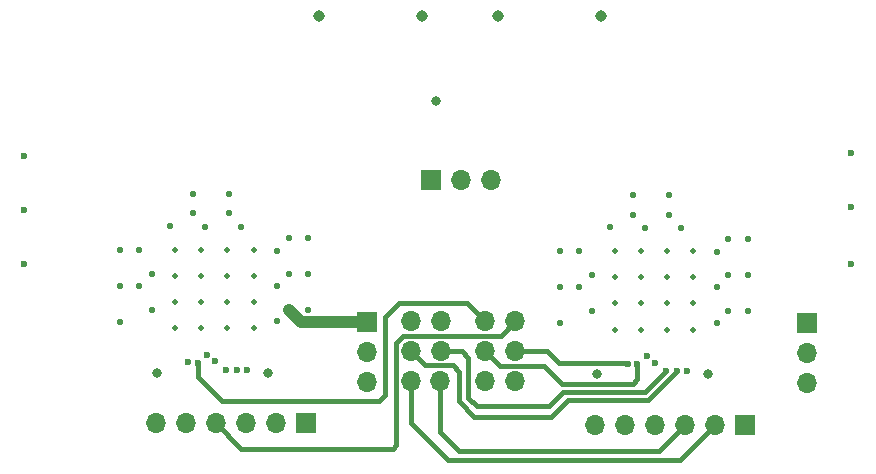
<source format=gbr>
%TF.GenerationSoftware,KiCad,Pcbnew,(6.0.1)*%
%TF.CreationDate,2023-03-14T12:55:58-06:00*%
%TF.ProjectId,SPARC,53504152-432e-46b6-9963-61645f706362,01*%
%TF.SameCoordinates,Original*%
%TF.FileFunction,Copper,L2,Inr*%
%TF.FilePolarity,Positive*%
%FSLAX46Y46*%
G04 Gerber Fmt 4.6, Leading zero omitted, Abs format (unit mm)*
G04 Created by KiCad (PCBNEW (6.0.1)) date 2023-03-14 12:55:58*
%MOMM*%
%LPD*%
G01*
G04 APERTURE LIST*
%TA.AperFunction,ComponentPad*%
%ADD10C,0.970000*%
%TD*%
%TA.AperFunction,ComponentPad*%
%ADD11C,0.500000*%
%TD*%
%TA.AperFunction,ComponentPad*%
%ADD12O,1.700000X1.700000*%
%TD*%
%TA.AperFunction,ComponentPad*%
%ADD13R,1.700000X1.700000*%
%TD*%
%TA.AperFunction,ViaPad*%
%ADD14C,0.600000*%
%TD*%
%TA.AperFunction,ViaPad*%
%ADD15C,0.550000*%
%TD*%
%TA.AperFunction,ViaPad*%
%ADD16C,0.800000*%
%TD*%
%TA.AperFunction,Conductor*%
%ADD17C,0.400000*%
%TD*%
%TA.AperFunction,Conductor*%
%ADD18C,1.000000*%
%TD*%
G04 APERTURE END LIST*
D10*
%TO.N,GND*%
%TO.C,J2*%
X126595000Y-50810000D03*
X135355000Y-50810000D03*
%TD*%
D11*
%TO.N,/VNN*%
%TO.C,U2*%
X136495000Y-77325000D03*
X138711667Y-72891667D03*
X140928333Y-77325000D03*
X143145000Y-77325000D03*
X140928333Y-75108333D03*
X138711667Y-70675000D03*
X138711667Y-77325000D03*
X143145000Y-70675000D03*
X136495000Y-72891667D03*
X138711667Y-75108333D03*
X143145000Y-72891667D03*
X140928333Y-70675000D03*
X136495000Y-70675000D03*
X143145000Y-75108333D03*
X136495000Y-75108333D03*
X140928333Y-72891667D03*
%TD*%
D10*
%TO.N,GND*%
%TO.C,J1*%
X111445000Y-50810000D03*
X120205000Y-50810000D03*
%TD*%
D12*
%TO.N,/DIN_1*%
%TO.C,JP3 JP2*%
X121725000Y-81725000D03*
%TO.N,/CLK_1*%
X119235000Y-81725000D03*
%TO.N,/SRdin_1*%
X121775000Y-79185000D03*
%TO.N,/SRclk_1*%
X119235000Y-79185000D03*
%TO.N,/DOUT_0*%
X121775000Y-76645000D03*
%TO.N,/CLK_0*%
X119235000Y-76645000D03*
%TD*%
%TO.N,/CLR_1*%
%TO.C,JP4 JP5*%
X128025000Y-81725000D03*
%TO.N,/~{LE_1}*%
X125535000Y-81725000D03*
%TO.N,/SRclr_1*%
X128075000Y-79185000D03*
%TO.N,/~{SRle_1}*%
X125535000Y-79185000D03*
%TO.N,/CLR_0*%
X128075000Y-76645000D03*
%TO.N,/~{LE_0}*%
X125535000Y-76645000D03*
%TD*%
D11*
%TO.N,/VNN*%
%TO.C,U1*%
X101470349Y-72780267D03*
X99253682Y-77213600D03*
X103687015Y-77213600D03*
X99253682Y-70563600D03*
X101470349Y-74996933D03*
X105903682Y-74996933D03*
X105903682Y-77213600D03*
X105903682Y-72780267D03*
X103687015Y-72780267D03*
X103687015Y-70563600D03*
X101470349Y-70563600D03*
X99253682Y-74996933D03*
X105903682Y-70563600D03*
X103687015Y-74996933D03*
X99253682Y-72780267D03*
X101470349Y-77213600D03*
%TD*%
D13*
%TO.N,/VB7_0*%
%TO.C,J4*%
X115532682Y-76682600D03*
D12*
%TO.N,GND*%
X115532682Y-79222600D03*
X115532682Y-81762600D03*
%TD*%
D13*
%TO.N,GND*%
%TO.C,JP1*%
X120930000Y-64670000D03*
D12*
%TO.N,/VL*%
X123470000Y-64670000D03*
%TO.N,/VNN*%
X126010000Y-64670000D03*
%TD*%
D13*
%TO.N,/DOUT_0*%
%TO.C,J3*%
X110302682Y-85256769D03*
D12*
%TO.N,/CLK_0*%
X107762682Y-85256769D03*
%TO.N,/DIN_0*%
X105222682Y-85256769D03*
%TO.N,/CLR_0*%
X102682682Y-85256769D03*
%TO.N,/~{LE_0}*%
X100142682Y-85256769D03*
%TO.N,/VDD*%
X97602682Y-85256769D03*
%TD*%
D13*
%TO.N,/VB7_1*%
%TO.C,J5*%
X152774000Y-76794000D03*
D12*
%TO.N,GND*%
X152774000Y-79334000D03*
X152774000Y-81874000D03*
%TD*%
D13*
%TO.N,/DOUT_1*%
%TO.C,J6*%
X147544000Y-85368169D03*
D12*
%TO.N,/CLK_1*%
X145004000Y-85368169D03*
%TO.N,/DIN_1*%
X142464000Y-85368169D03*
%TO.N,/CLR_1*%
X139924000Y-85368169D03*
%TO.N,/~{LE_1}*%
X137384000Y-85368169D03*
%TO.N,/VDD*%
X134844000Y-85368169D03*
%TD*%
D14*
%TO.N,/DOUT_0*%
X105358682Y-80713369D03*
D15*
%TO.N,Net-(R2-Pad2)*%
X97280682Y-75638600D03*
D14*
%TO.N,/CLK_0*%
X104483682Y-80733369D03*
%TO.N,GND*%
X86502682Y-71735369D03*
X156513682Y-71735369D03*
X86502682Y-67163369D03*
X156513682Y-62337369D03*
X101958682Y-79463369D03*
X156513682Y-66909369D03*
X86502682Y-62591369D03*
X139202682Y-79574769D03*
%TO.N,/DIN_0*%
X103608682Y-80713369D03*
%TO.N,/CLR_0*%
X100358682Y-80113369D03*
%TO.N,/~{LE_0}*%
X101158682Y-80163369D03*
D15*
%TO.N,/VB7_0*%
X108865682Y-75666600D03*
%TO.N,/VB7_1*%
X146109682Y-75778000D03*
D14*
%TO.N,/DOUT_1*%
X142602682Y-80824769D03*
D15*
%TO.N,Net-(R23-Pad2)*%
X101828682Y-68614600D03*
%TO.N,Net-(R25-Pad2)*%
X104828682Y-68614600D03*
%TO.N,Net-(R27-Pad2)*%
X107908682Y-70638600D03*
%TO.N,Net-(R29-Pad2)*%
X107908682Y-73638600D03*
%TO.N,Net-(R31-Pad2)*%
X107908682Y-76638600D03*
D16*
%TO.N,/VPP*%
X144352682Y-81096000D03*
X107108682Y-80984600D03*
%TO.N,/VNN*%
X97752682Y-81000600D03*
X121311800Y-57988200D03*
X134996682Y-81112000D03*
D14*
%TO.N,/VDD*%
X139852682Y-80124769D03*
X102608682Y-80013369D03*
D15*
%TO.N,Net-(R11-Pad2)*%
X97280682Y-72638600D03*
%TO.N,Net-(R21-Pad2)*%
X98828682Y-68554600D03*
%TO.N,/VL*%
X131827682Y-76796000D03*
X94583682Y-76684600D03*
%TO.N,/VB0_0*%
X94578682Y-73634600D03*
%TO.N,/VB1_0*%
X94578682Y-70586600D03*
X96228682Y-73634600D03*
%TO.N,/VB2_0*%
X100800682Y-65828600D03*
X96228682Y-70586600D03*
%TO.N,/VB3_0*%
X103848682Y-65828600D03*
X100800682Y-67478600D03*
%TO.N,/VB4_0*%
X103848682Y-67478600D03*
X110515682Y-69570600D03*
%TO.N,/VB5_0*%
X110515682Y-72618600D03*
X108865682Y-69570600D03*
%TO.N,/VB6_0*%
X110515682Y-75666600D03*
X108865682Y-72618600D03*
%TO.N,/VB2_1*%
X138044682Y-65940000D03*
X133472682Y-70698000D03*
%TO.N,Net-(R50-Pad2)*%
X134524682Y-72750000D03*
%TO.N,/VB1_1*%
X133472682Y-73746000D03*
X131822682Y-70698000D03*
%TO.N,Net-(R48-Pad2)*%
X134524682Y-75750000D03*
%TO.N,/VB0_1*%
X131822682Y-73746000D03*
%TO.N,Net-(R62-Pad2)*%
X145152682Y-76750000D03*
%TO.N,Net-(R60-Pad2)*%
X145152682Y-73750000D03*
%TO.N,/VB6_1*%
X147759682Y-75778000D03*
X146109682Y-72730000D03*
%TO.N,Net-(R58-Pad2)*%
X145152682Y-70750000D03*
%TO.N,/VB5_1*%
X146109682Y-69682000D03*
X147759682Y-72730000D03*
%TO.N,Net-(R56-Pad2)*%
X142072682Y-68726000D03*
%TO.N,/VB4_1*%
X147759682Y-69682000D03*
X141092682Y-67590000D03*
%TO.N,Net-(R54-Pad2)*%
X139072682Y-68726000D03*
%TO.N,/VB3_1*%
X138044682Y-67590000D03*
X141092682Y-65940000D03*
%TO.N,Net-(R52-Pad2)*%
X136072682Y-68666000D03*
D14*
%TO.N,/SRclr_1*%
X137602682Y-80224769D03*
%TO.N,/~{SRle_1}*%
X138402682Y-80274769D03*
%TO.N,/SRclk_1*%
X141727682Y-80844769D03*
%TO.N,/SRdin_1*%
X140852682Y-80824769D03*
%TD*%
D17*
%TO.N,/CLR_0*%
X117990000Y-87120000D02*
X117680000Y-87430000D01*
X104855913Y-87430000D02*
X102682682Y-85256769D01*
X126820000Y-77900000D02*
X118550000Y-77900000D01*
X117680000Y-87430000D02*
X104855913Y-87430000D01*
X118550000Y-77900000D02*
X117990000Y-78460000D01*
X100355400Y-80116651D02*
X100358682Y-80113369D01*
X117990000Y-78460000D02*
X117990000Y-87120000D01*
X128075000Y-76645000D02*
X126820000Y-77900000D01*
%TO.N,/~{LE_0}*%
X125535000Y-76645000D02*
X124000000Y-75110000D01*
X118220000Y-75110000D02*
X117040000Y-76290000D01*
X101158682Y-81308682D02*
X101158682Y-80163369D01*
X124000000Y-75110000D02*
X118220000Y-75110000D01*
X116520000Y-83380000D02*
X103230000Y-83380000D01*
X117040000Y-76290000D02*
X117040000Y-82860000D01*
X103230000Y-83380000D02*
X101158682Y-81308682D01*
X117040000Y-82860000D02*
X116520000Y-83380000D01*
D18*
%TO.N,/VB7_0*%
X115532682Y-76682600D02*
X109881682Y-76682600D01*
X109881682Y-76682600D02*
X108865682Y-75666600D01*
D17*
%TO.N,/CLK_1*%
X122400000Y-88400000D02*
X119235000Y-85235000D01*
X145004000Y-85368169D02*
X141972169Y-88400000D01*
X119235000Y-85235000D02*
X119235000Y-81725000D01*
X141972169Y-88400000D02*
X122400000Y-88400000D01*
%TO.N,/DIN_1*%
X140232169Y-87600000D02*
X123300000Y-87600000D01*
X121725000Y-86025000D02*
X121725000Y-81725000D01*
X142464000Y-85368169D02*
X140232169Y-87600000D01*
X123300000Y-87600000D02*
X121725000Y-86025000D01*
%TO.N,/SRclr_1*%
X128075000Y-79185000D02*
X130785000Y-79185000D01*
X130785000Y-79185000D02*
X131800000Y-80200000D01*
X131800000Y-80200000D02*
X137577913Y-80200000D01*
X137577913Y-80200000D02*
X137602682Y-80224769D01*
%TO.N,/~{SRle_1}*%
X125535000Y-79185000D02*
X126750000Y-80400000D01*
X138000000Y-81900000D02*
X138402682Y-81497318D01*
X130500000Y-80400000D02*
X132000000Y-81900000D01*
X126750000Y-80400000D02*
X130500000Y-80400000D01*
X138402682Y-81497318D02*
X138402682Y-80274769D01*
X132000000Y-81900000D02*
X138000000Y-81900000D01*
%TO.N,/SRclk_1*%
X131100000Y-84700000D02*
X132500000Y-83300000D01*
X122761511Y-80361511D02*
X123300000Y-80900000D01*
X120411511Y-80361511D02*
X122761511Y-80361511D01*
X139272451Y-83300000D02*
X141727682Y-80844769D01*
X123300000Y-80900000D02*
X123300000Y-83400000D01*
X123300000Y-83400000D02*
X124600000Y-84700000D01*
X132500000Y-83300000D02*
X139272451Y-83300000D01*
X119235000Y-79185000D02*
X120411511Y-80361511D01*
X124600000Y-84700000D02*
X131100000Y-84700000D01*
%TO.N,/SRdin_1*%
X132100000Y-82600000D02*
X139077451Y-82600000D01*
X130900000Y-83800000D02*
X132100000Y-82600000D01*
X124100000Y-79700000D02*
X124100000Y-83100000D01*
X139077451Y-82600000D02*
X140852682Y-80824769D01*
X121775000Y-79185000D02*
X123585000Y-79185000D01*
X124100000Y-83100000D02*
X124800000Y-83800000D01*
X124800000Y-83800000D02*
X130900000Y-83800000D01*
X123585000Y-79185000D02*
X124100000Y-79700000D01*
%TD*%
M02*

</source>
